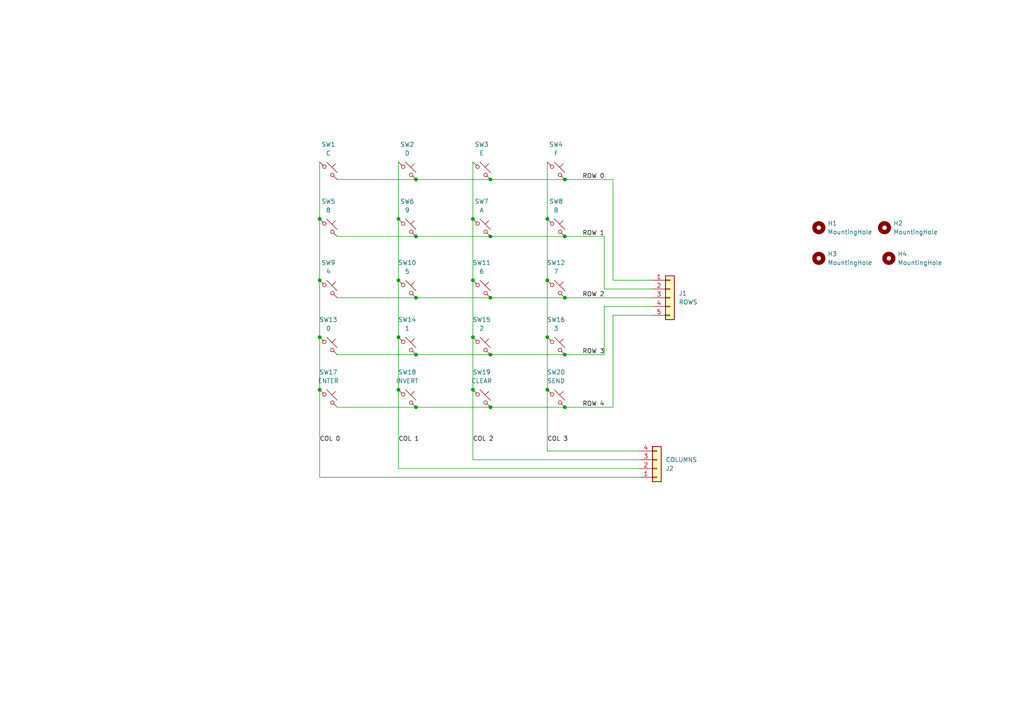
<source format=kicad_sch>
(kicad_sch (version 20250114) (generator "eeschema") (generator_version "9.0")
  (paper "A4")
  (title_block (title "Hex Keypad for Microcontrollers") (date "2/DEC/2025") (rev "A") (company "Brett Hallen") (comment 1 "www.youtube.com/@Brfff") (comment 2 "github.com/BrettHallen"))
  (lib_symbols
    (symbol "Connector_Generic:Conn_01x04" (pin_names (offset 1.016) (hide yes))
      (property "Reference" "J" (at 0 5.08 0))
      (property "Value" "Conn_01x04" (at 0 -7.62 0))
      (symbol "Conn_01x04_1_1"
        (rectangle (start -1.27 3.81) (end 1.27 -6.35) (stroke (width 0.254)) (fill (type background)))
        (rectangle (start -1.27 2.667) (end 0 2.413) (stroke (width 0.1524)))
        (rectangle (start -1.27 0.127) (end 0 -0.127) (stroke (width 0.1524)))
        (rectangle (start -1.27 -2.413) (end 0 -2.667) (stroke (width 0.1524)))
        (rectangle (start -1.27 -4.953) (end 0 -5.207) (stroke (width 0.1524)))
        (pin passive line (at -5.08 2.54 0) (length 3.81) (name "Pin_1") (number "1"))
        (pin passive line (at -5.08 0 0) (length 3.81) (name "Pin_2") (number "2"))
        (pin passive line (at -5.08 -2.54 0) (length 3.81) (name "Pin_3") (number "3"))
        (pin passive line (at -5.08 -5.08 0) (length 3.81) (name "Pin_4") (number "4"))
      )
    )
    (symbol "Connector_Generic:Conn_01x05" (pin_names (offset 1.016) (hide yes))
      (property "Reference" "J" (at 0 7.62 0))
      (property "Value" "Conn_01x05" (at 0 -7.62 0))
      (symbol "Conn_01x05_1_1"
        (rectangle (start -1.27 6.35) (end 1.27 -6.35) (stroke (width 0.254)) (fill (type background)))
        (rectangle (start -1.27 5.207) (end 0 4.953) (stroke (width 0.1524)))
        (rectangle (start -1.27 2.667) (end 0 2.413) (stroke (width 0.1524)))
        (rectangle (start -1.27 0.127) (end 0 -0.127) (stroke (width 0.1524)))
        (rectangle (start -1.27 -2.413) (end 0 -2.667) (stroke (width 0.1524)))
        (rectangle (start -1.27 -4.953) (end 0 -5.207) (stroke (width 0.1524)))
        (pin passive line (at -5.08 5.08 0) (length 3.81) (name "Pin_1") (number "1"))
        (pin passive line (at -5.08 2.54 0) (length 3.81) (name "Pin_2") (number "2"))
        (pin passive line (at -5.08 0 0) (length 3.81) (name "Pin_3") (number "3"))
        (pin passive line (at -5.08 -2.54 0) (length 3.81) (name "Pin_4") (number "4"))
        (pin passive line (at -5.08 -5.08 0) (length 3.81) (name "Pin_5") (number "5"))
      )
    )
    (symbol "Mechanical:MountingHole" (pin_names (offset 1.016)) (in_bom no)
      (property "Reference" "H" (at 0 5.08 0))
      (property "Value" "MountingHole" (at 0 3.175 0))
      (symbol "MountingHole_0_1"
        (circle (center 0 0) (radius 1.27) (stroke (width 1.27)))
      )
    )
    (symbol "Switch:SW_Push_45deg" (pin_numbers (hide yes)) (pin_names (offset 1.016) (hide yes))
      (property "Reference" "SW" (at 3.048 1.016 0))
      (property "Value" "SW_Push_45deg" (at 0 -3.81 0))
      (symbol "SW_Push_45deg_0_1"
        (polyline (pts (xy -2.54 2.54) (xy -1.524 1.524) (xy -1.524 1.524)))
        (circle (center -1.1684 1.1684) (radius 0.508))
        (polyline (pts (xy -0.508 2.54) (xy 2.54 -0.508)))
        (polyline (pts (xy 1.016 1.016) (xy 2.032 2.032)))
        (circle (center 1.143 -1.1938) (radius 0.508))
        (polyline (pts (xy 1.524 -1.524) (xy 2.54 -2.54) (xy 2.54 -2.54) (xy 2.54 -2.54)))
        (pin passive line (at -2.54 2.54 0) (length 0) (name "1") (number "1"))
        (pin passive line (at 2.54 -2.54 180) (length 0) (name "2") (number "2"))
      )
    )
  )
  (junction (at 163.83 68.58))
  (junction (at 92.71 63.5))
  (junction (at 142.24 102.87))
  (junction (at 120.65 102.87))
  (junction (at 137.16 63.5))
  (junction (at 142.24 86.36))
  (junction (at 115.57 113.03))
  (junction (at 163.83 52.07))
  (junction (at 142.24 68.58))
  (junction (at 158.75 113.03))
  (junction (at 115.57 63.5))
  (junction (at 120.65 118.11))
  (junction (at 163.83 86.36))
  (junction (at 92.71 97.79))
  (junction (at 120.65 52.07))
  (junction (at 163.83 118.11))
  (junction (at 115.57 81.28))
  (junction (at 92.71 113.03))
  (junction (at 163.83 102.87))
  (junction (at 137.16 81.28))
  (junction (at 120.65 68.58))
  (junction (at 142.24 52.07))
  (junction (at 137.16 113.03))
  (junction (at 92.71 81.28))
  (junction (at 120.65 86.36))
  (junction (at 158.75 81.28))
  (junction (at 158.75 63.5))
  (junction (at 137.16 97.79))
  (junction (at 142.24 118.11))
  (junction (at 115.57 97.79))
  (junction (at 158.75 97.79))
  (wire (pts (xy 115.57 97.79) (xy 115.57 113.03)))
  (wire (pts (xy 97.79 86.36) (xy 120.65 86.36)))
  (wire (pts (xy 97.79 68.58) (xy 120.65 68.58)))
  (wire (pts (xy 115.57 81.28) (xy 115.57 97.79)))
  (wire (pts (xy 163.83 102.87) (xy 175.26 102.87)))
  (wire (pts (xy 142.24 68.58) (xy 163.83 68.58)))
  (wire (pts (xy 158.75 46.99) (xy 158.75 63.5)))
  (wire (pts (xy 115.57 113.03) (xy 115.57 135.89)))
  (wire (pts (xy 137.16 81.28) (xy 137.16 97.79)))
  (wire (pts (xy 92.71 63.5) (xy 92.71 81.28)))
  (wire (pts (xy 115.57 46.99) (xy 115.57 63.5)))
  (wire (pts (xy 115.57 135.89) (xy 185.42 135.89)))
  (wire (pts (xy 137.16 113.03) (xy 137.16 133.35)))
  (wire (pts (xy 120.65 86.36) (xy 142.24 86.36)))
  (wire (pts (xy 92.71 97.79) (xy 92.71 113.03)))
  (wire (pts (xy 175.26 102.87) (xy 175.26 88.9)))
  (wire (pts (xy 158.75 97.79) (xy 158.75 113.03)))
  (wire (pts (xy 137.16 97.79) (xy 137.16 113.03)))
  (wire (pts (xy 158.75 63.5) (xy 158.75 81.28)))
  (wire (pts (xy 175.26 88.9) (xy 189.23 88.9)))
  (wire (pts (xy 97.79 52.07) (xy 120.65 52.07)))
  (wire (pts (xy 175.26 68.58) (xy 175.26 83.82)))
  (wire (pts (xy 92.71 81.28) (xy 92.71 97.79)))
  (wire (pts (xy 92.71 113.03) (xy 92.71 138.43)))
  (wire (pts (xy 163.83 52.07) (xy 177.8 52.07)))
  (wire (pts (xy 142.24 102.87) (xy 163.83 102.87)))
  (wire (pts (xy 92.71 138.43) (xy 185.42 138.43)))
  (wire (pts (xy 120.65 68.58) (xy 142.24 68.58)))
  (wire (pts (xy 115.57 63.5) (xy 115.57 81.28)))
  (wire (pts (xy 120.65 102.87) (xy 142.24 102.87)))
  (wire (pts (xy 142.24 118.11) (xy 163.83 118.11)))
  (wire (pts (xy 163.83 86.36) (xy 189.23 86.36)))
  (wire (pts (xy 97.79 102.87) (xy 120.65 102.87)))
  (wire (pts (xy 92.71 46.99) (xy 92.71 63.5)))
  (wire (pts (xy 158.75 113.03) (xy 158.75 130.81)))
  (wire (pts (xy 120.65 52.07) (xy 142.24 52.07)))
  (wire (pts (xy 158.75 130.81) (xy 185.42 130.81)))
  (wire (pts (xy 137.16 46.99) (xy 137.16 63.5)))
  (wire (pts (xy 142.24 86.36) (xy 163.83 86.36)))
  (wire (pts (xy 142.24 52.07) (xy 163.83 52.07)))
  (wire (pts (xy 97.79 118.11) (xy 120.65 118.11)))
  (wire (pts (xy 175.26 83.82) (xy 189.23 83.82)))
  (wire (pts (xy 177.8 52.07) (xy 177.8 81.28)))
  (wire (pts (xy 177.8 91.44) (xy 189.23 91.44)))
  (wire (pts (xy 120.65 118.11) (xy 142.24 118.11)))
  (wire (pts (xy 158.75 81.28) (xy 158.75 97.79)))
  (wire (pts (xy 163.83 118.11) (xy 177.8 118.11)))
  (wire (pts (xy 163.83 68.58) (xy 175.26 68.58)))
  (wire (pts (xy 137.16 133.35) (xy 185.42 133.35)))
  (wire (pts (xy 177.8 118.11) (xy 177.8 91.44)))
  (wire (pts (xy 137.16 63.5) (xy 137.16 81.28)))
  (wire (pts (xy 177.8 81.28) (xy 189.23 81.28)))
  (label "COL 3" (at 158.75 128.27 0))
  (label "COL 1" (at 115.57 128.27 0))
  (label "COL 0" (at 92.71 128.27 0))
  (label "ROW 3" (at 168.91 102.87 0))
  (label "ROW 2" (at 168.91 86.36 0))
  (label "COL 2" (at 137.16 128.27 0))
  (label "ROW 1" (at 168.91 68.58 0))
  (label "ROW 4" (at 168.91 118.11 0))
  (label "ROW 0" (at 168.91 52.07 0))
  (symbol (lib_id "Mechanical:MountingHole") (at 237.49 74.93 0) (unit 1) (in_bom no)
    (property "Reference" "H3" (at 240.03 73.6599 0) (effects (justify left)))
    (property "Value" "MountingHole" (at 240.03 76.1999 0) (effects (justify left)))
    (property "Footprint" "MountingHole:MountingHole_3.2mm_M3" (effects (hide yes)))
    (property "Description" "Mounting Hole without connection" (effects (hide yes)))
  )
  (symbol (lib_id "Switch:SW_Push_45deg") (at 161.29 83.82 0) (unit 1)
    (property "Reference" "SW12" (at 161.29 76.2 0))
    (property "Value" "7" (at 161.29 78.74 0))
    (property "Footprint" "PCM_Switch_Keyboard_Cherry_MX:SW_Cherry_MX_PCB_1.00u" (effects (hide yes)))
    (property "Description" "Push button switch, normally open, two pins, 45° tilted" (effects (hide yes)))
  )
  (symbol (lib_id "Switch:SW_Push_45deg") (at 95.25 115.57 0) (unit 1)
    (property "Reference" "SW17" (at 95.25 107.95 0))
    (property "Value" "ENTER" (at 95.25 110.49 0))
    (property "Footprint" "PCM_Switch_Keyboard_Cherry_MX:SW_Cherry_MX_PCB_1.00u" (effects (hide yes)))
    (property "Description" "Push button switch, normally open, two pins, 45° tilted" (effects (hide yes)))
  )
  (symbol (lib_id "Switch:SW_Push_45deg") (at 161.29 115.57 0) (unit 1)
    (property "Reference" "SW20" (at 161.29 107.95 0))
    (property "Value" "SEND" (at 161.29 110.49 0))
    (property "Footprint" "PCM_Switch_Keyboard_Cherry_MX:SW_Cherry_MX_PCB_1.00u" (effects (hide yes)))
    (property "Description" "Push button switch, normally open, two pins, 45° tilted" (effects (hide yes)))
  )
  (symbol (lib_id "Switch:SW_Push_45deg") (at 161.29 100.33 0) (unit 1)
    (property "Reference" "SW16" (at 161.29 92.71 0))
    (property "Value" "3" (at 161.29 95.25 0))
    (property "Footprint" "PCM_Switch_Keyboard_Cherry_MX:SW_Cherry_MX_PCB_1.00u" (effects (hide yes)))
    (property "Description" "Push button switch, normally open, two pins, 45° tilted" (effects (hide yes)))
  )
  (symbol (lib_id "Switch:SW_Push_45deg") (at 161.29 49.53 0) (unit 1)
    (property "Reference" "SW4" (at 161.29 41.91 0))
    (property "Value" "F" (at 161.29 44.45 0))
    (property "Footprint" "PCM_Switch_Keyboard_Cherry_MX:SW_Cherry_MX_PCB_1.00u" (effects (hide yes)))
    (property "Description" "Push button switch, normally open, two pins, 45° tilted" (effects (hide yes)))
  )
  (symbol (lib_id "Connector_Generic:Conn_01x04") (at 190.5 135.89 0) (mirror x) (unit 1)
    (property "Reference" "J2" (at 193.04 135.8901 0) (effects (justify left)))
    (property "Value" "COLUMNS" (at 193.04 133.3501 0) (effects (justify left)))
    (property "Footprint" "Connector_PinHeader_2.54mm:PinHeader_1x04_P2.54mm_Vertical" (effects (hide yes)))
    (property "Description" "Generic connector, single row, 01x04, script generated (kicad-library-utils/schlib/autogen/connector/)" (effects (hide yes)))
  )
  (symbol (lib_id "Switch:SW_Push_45deg") (at 95.25 83.82 0) (unit 1)
    (property "Reference" "SW9" (at 95.25 76.2 0))
    (property "Value" "4" (at 95.25 78.74 0))
    (property "Footprint" "PCM_Switch_Keyboard_Cherry_MX:SW_Cherry_MX_PCB_1.00u" (effects (hide yes)))
    (property "Description" "Push button switch, normally open, two pins, 45° tilted" (effects (hide yes)))
  )
  (symbol (lib_id "Mechanical:MountingHole") (at 256.54 66.04 0) (unit 1) (in_bom no)
    (property "Reference" "H2" (at 259.08 64.7699 0) (effects (justify left)))
    (property "Value" "MountingHole" (at 259.08 67.3099 0) (effects (justify left)))
    (property "Footprint" "MountingHole:MountingHole_3.2mm_M3" (effects (hide yes)))
    (property "Description" "Mounting Hole without connection" (effects (hide yes)))
  )
  (symbol (lib_id "Switch:SW_Push_45deg") (at 118.11 83.82 0) (unit 1)
    (property "Reference" "SW10" (at 118.11 76.2 0))
    (property "Value" "5" (at 118.11 78.74 0))
    (property "Footprint" "PCM_Switch_Keyboard_Cherry_MX:SW_Cherry_MX_PCB_1.00u" (effects (hide yes)))
    (property "Description" "Push button switch, normally open, two pins, 45° tilted" (effects (hide yes)))
  )
  (symbol (lib_id "Switch:SW_Push_45deg") (at 95.25 49.53 0) (unit 1)
    (property "Reference" "SW1" (at 95.25 41.91 0))
    (property "Value" "C" (at 95.25 44.45 0))
    (property "Footprint" "PCM_Switch_Keyboard_Cherry_MX:SW_Cherry_MX_PCB_1.00u" (effects (hide yes)))
    (property "Description" "Push button switch, normally open, two pins, 45° tilted" (effects (hide yes)))
  )
  (symbol (lib_id "Switch:SW_Push_45deg") (at 118.11 66.04 0) (unit 1)
    (property "Reference" "SW6" (at 118.11 58.42 0))
    (property "Value" "9" (at 118.11 60.96 0))
    (property "Footprint" "PCM_Switch_Keyboard_Cherry_MX:SW_Cherry_MX_PCB_1.00u" (effects (hide yes)))
    (property "Description" "Push button switch, normally open, two pins, 45° tilted" (effects (hide yes)))
  )
  (symbol (lib_id "Switch:SW_Push_45deg") (at 95.25 100.33 0) (unit 1)
    (property "Reference" "SW13" (at 95.25 92.71 0))
    (property "Value" "0" (at 95.25 95.25 0))
    (property "Footprint" "PCM_Switch_Keyboard_Cherry_MX:SW_Cherry_MX_PCB_1.00u" (effects (hide yes)))
    (property "Description" "Push button switch, normally open, two pins, 45° tilted" (effects (hide yes)))
  )
  (symbol (lib_id "Mechanical:MountingHole") (at 237.49 66.04 0) (unit 1) (in_bom no)
    (property "Reference" "H1" (at 240.03 64.7699 0) (effects (justify left)))
    (property "Value" "MountingHole" (at 240.03 67.3099 0) (effects (justify left)))
    (property "Footprint" "MountingHole:MountingHole_3.2mm_M3" (effects (hide yes)))
    (property "Description" "Mounting Hole without connection" (effects (hide yes)))
  )
  (symbol (lib_id "Connector_Generic:Conn_01x05") (at 194.31 86.36 0) (unit 1)
    (property "Reference" "J1" (at 196.85 85.0899 0) (effects (justify left)))
    (property "Value" "ROWS" (at 196.85 87.6299 0) (effects (justify left)))
    (property "Footprint" "Connector_PinHeader_2.54mm:PinHeader_1x05_P2.54mm_Vertical" (effects (hide yes)))
    (property "Description" "Generic connector, single row, 01x05, script generated (kicad-library-utils/schlib/autogen/connector/)" (effects (hide yes)))
  )
  (symbol (lib_id "Switch:SW_Push_45deg") (at 118.11 49.53 0) (unit 1)
    (property "Reference" "SW2" (at 118.11 41.91 0))
    (property "Value" "D" (at 118.11 44.45 0))
    (property "Footprint" "PCM_Switch_Keyboard_Cherry_MX:SW_Cherry_MX_PCB_1.00u" (effects (hide yes)))
    (property "Description" "Push button switch, normally open, two pins, 45° tilted" (effects (hide yes)))
  )
  (symbol (lib_id "Switch:SW_Push_45deg") (at 161.29 66.04 0) (unit 1)
    (property "Reference" "SW8" (at 161.29 58.42 0))
    (property "Value" "B" (at 161.29 60.96 0))
    (property "Footprint" "PCM_Switch_Keyboard_Cherry_MX:SW_Cherry_MX_PCB_1.00u" (effects (hide yes)))
    (property "Description" "Push button switch, normally open, two pins, 45° tilted" (effects (hide yes)))
  )
  (symbol (lib_id "Switch:SW_Push_45deg") (at 139.7 100.33 0) (unit 1)
    (property "Reference" "SW15" (at 139.7 92.71 0))
    (property "Value" "2" (at 139.7 95.25 0))
    (property "Footprint" "PCM_Switch_Keyboard_Cherry_MX:SW_Cherry_MX_PCB_1.00u" (effects (hide yes)))
    (property "Description" "Push button switch, normally open, two pins, 45° tilted" (effects (hide yes)))
  )
  (symbol (lib_id "Switch:SW_Push_45deg") (at 139.7 49.53 0) (unit 1)
    (property "Reference" "SW3" (at 139.7 41.91 0))
    (property "Value" "E" (at 139.7 44.45 0))
    (property "Footprint" "PCM_Switch_Keyboard_Cherry_MX:SW_Cherry_MX_PCB_1.00u" (effects (hide yes)))
    (property "Description" "Push button switch, normally open, two pins, 45° tilted" (effects (hide yes)))
  )
  (symbol (lib_id "Switch:SW_Push_45deg") (at 118.11 115.57 0) (unit 1)
    (property "Reference" "SW18" (at 118.11 107.95 0))
    (property "Value" "INVERT" (at 118.11 110.49 0))
    (property "Footprint" "PCM_Switch_Keyboard_Cherry_MX:SW_Cherry_MX_PCB_1.00u" (effects (hide yes)))
    (property "Description" "Push button switch, normally open, two pins, 45° tilted" (effects (hide yes)))
  )
  (symbol (lib_id "Mechanical:MountingHole") (at 257.81 74.93 0) (unit 1) (in_bom no)
    (property "Reference" "H4" (at 260.35 73.6599 0) (effects (justify left)))
    (property "Value" "MountingHole" (at 260.35 76.1999 0) (effects (justify left)))
    (property "Footprint" "MountingHole:MountingHole_3.2mm_M3" (effects (hide yes)))
    (property "Description" "Mounting Hole without connection" (effects (hide yes)))
  )
  (symbol (lib_id "Switch:SW_Push_45deg") (at 118.11 100.33 0) (unit 1)
    (property "Reference" "SW14" (at 118.11 92.71 0))
    (property "Value" "1" (at 118.11 95.25 0))
    (property "Footprint" "PCM_Switch_Keyboard_Cherry_MX:SW_Cherry_MX_PCB_1.00u" (effects (hide yes)))
    (property "Description" "Push button switch, normally open, two pins, 45° tilted" (effects (hide yes)))
  )
  (symbol (lib_id "Switch:SW_Push_45deg") (at 95.25 66.04 0) (unit 1)
    (property "Reference" "SW5" (at 95.25 58.42 0))
    (property "Value" "8" (at 95.25 60.96 0))
    (property "Footprint" "PCM_Switch_Keyboard_Cherry_MX:SW_Cherry_MX_PCB_1.00u" (effects (hide yes)))
    (property "Description" "Push button switch, normally open, two pins, 45° tilted" (effects (hide yes)))
  )
  (symbol (lib_id "Switch:SW_Push_45deg") (at 139.7 115.57 0) (unit 1)
    (property "Reference" "SW19" (at 139.7 107.95 0))
    (property "Value" "CLEAR" (at 139.7 110.49 0))
    (property "Footprint" "PCM_Switch_Keyboard_Cherry_MX:SW_Cherry_MX_PCB_1.00u" (effects (hide yes)))
    (property "Description" "Push button switch, normally open, two pins, 45° tilted" (effects (hide yes)))
  )
  (symbol (lib_id "Switch:SW_Push_45deg") (at 139.7 83.82 0) (unit 1)
    (property "Reference" "SW11" (at 139.7 76.2 0))
    (property "Value" "6" (at 139.7 78.74 0))
    (property "Footprint" "PCM_Switch_Keyboard_Cherry_MX:SW_Cherry_MX_PCB_1.00u" (effects (hide yes)))
    (property "Description" "Push button switch, normally open, two pins, 45° tilted" (effects (hide yes)))
  )
  (symbol (lib_id "Switch:SW_Push_45deg") (at 139.7 66.04 0) (unit 1)
    (property "Reference" "SW7" (at 139.7 58.42 0))
    (property "Value" "A" (at 139.7 60.96 0))
    (property "Footprint" "PCM_Switch_Keyboard_Cherry_MX:SW_Cherry_MX_PCB_1.00u" (effects (hide yes)))
    (property "Description" "Push button switch, normally open, two pins, 45° tilted" (effects (hide yes)))
  )
)
</source>
